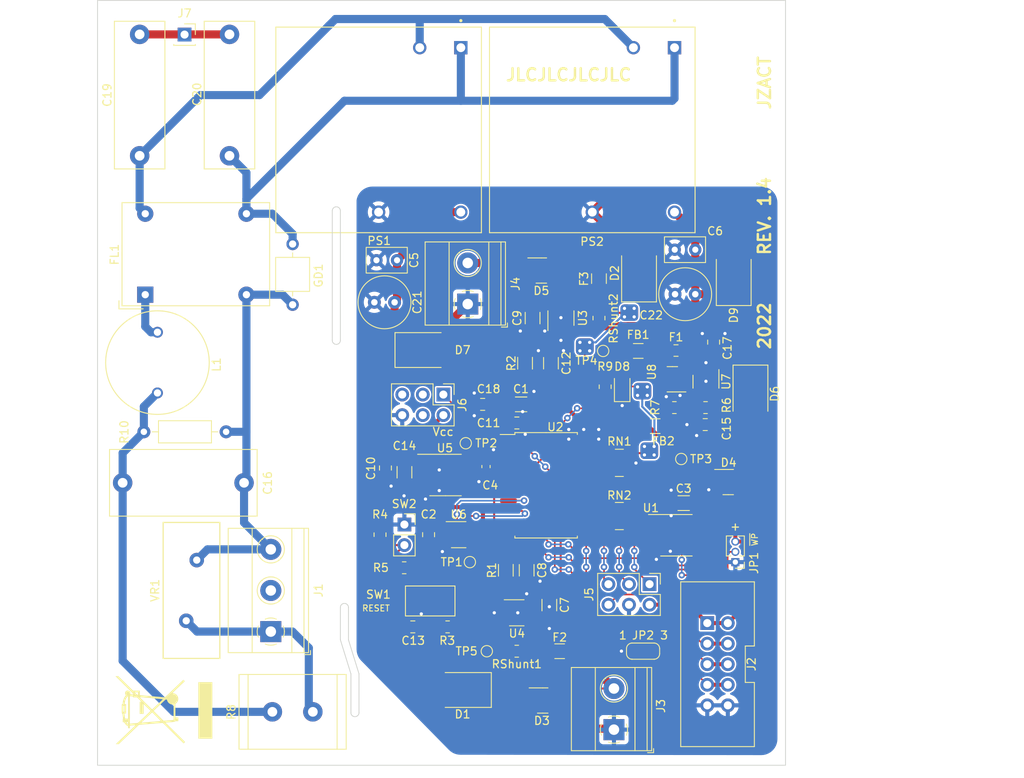
<source format=kicad_pcb>
(kicad_pcb (version 20211014) (generator pcbnew)
  (title_block (title "Main PS Board") (date "2022-07-30") (rev "1.4") (company "Zachary Tigchelaar"))
  (layers (0 "F.Cu" signal) (31 "B.Cu" signal) (34 "B.Paste" user) (35 "F.Paste" user) (36 "B.SilkS" user "B.Silkscreen") (37 "F.SilkS" user "F.Silkscreen") (38 "B.Mask" user) (39 "F.Mask" user) (44 "Edge.Cuts" user))
  (net 0 "")
  (net 2 "VREFA")
  (net 3 "NEUT")
  (net 4 "3.3_Out")
  (net 5 "VCC")
  (net 6 "5_Out")
  (net 7 "5_Sense")
  (net 8 "Net-(C15-Pad1)")
  (net 9 "Net-(C16-Pad2)")
  (net 10 "PS_in_L")
  (net 12 "Net-(C13-Pad1)")
  (net 13 "LINE")
  (net 14 "UPDI")
  (net 15 "PS_in_N")
  (net 16 "IRQ")
  (net 17 "Net-(R2-Pad1)")
  (net 18 "Net-(R1-Pad1)")
  (net 19 "+3V3")
  (net 20 "+5V")
  (net 21 "LDO_INPUT")
  (net 22 "SDA")
  (net 23 "SCK")
  (net 24 "Net-(F1-Pad1)")
  (net 27 "Ext_INTRPT")
  (net 28 "Net-(R3-Pad1)")
  (net 30 "Net-(C17-Pad1)")
  (net 31 "Net-(R6-Pad2)")
  (net 32 "Net-(D8-Pad2)")
  (net 33 "3.3_Sense")
  (net 34 "MISO")
  (net 35 "Net-(R9-Pad2)")
  (net 36 "Net-(U7-Pad3)")
  (net 37 "GND")
  (net 38 "MOSI")
  (net 39 "CS")
  (net 40 "~{RESET}")
  (net 41 "Net-(RN1-Pad5)")
  (net 42 "/~{WP}")
  (net 43 "Net-(RN1-Pad7)")
  (net 44 "SCL")
  (net 45 "Net-(RN2-Pad1)")
  (net 46 "Net-(RN2-Pad2)")
  (net 47 "Net-(RN2-Pad3)")
  (net 48 "Net-(RN2-Pad4)")
  (net 49 "~{HOLD}")
  (net 50 "Net-(C2-Pad2)")
  (net 51 "Net-(C21-Pad1)")
  (net 52 "Earth_Protective")
  (net 53 "Net-(FL1-Pad1)")
  (net 54 "Net-(J2-Pad7)")
  (net 58 "Net-(R4-Pad2)")
  (footprint "Inductor_SMD:L_1206_3216Metric_Pad1.42x1.75mm_HandSolder" (layer "F.Cu") (at 126.805 103.31)
    (fp_text reference "FB1")
    (fp_text value "MFBM1V3216-600-R")
  )
  (footprint "Resistor_SMD:R_0805_2012Metric_Pad1.20x1.40mm_HandSolder" (layer "F.Cu") (at 97.885 130.1)
    (fp_text reference "R5")
    (fp_text value "1k")
  )
  (footprint "Package_TO_SOT_SMD:SOT-23-5_HandSoldering" (layer "F.Cu") (at 111.7925 135.66)
    (fp_text reference "U4")
    (fp_text value "INA180A1")
  )
  (footprint "Varistor:RV_Disc_D16.5mm_W6.7mm_P7.5mm" (layer "F.Cu") (at 72.255 129.15 -90)
    (fp_text reference "VR1")
    (fp_text value "14D561KTR")
  )
  (footprint "Diode_SMD:D_SMB" (layer "F.Cu") (at 105.1 145.2 180)
    (fp_text reference "D1")
    (fp_text value "M4")
  )
  (footprint "Resistor_SMD:R_0805_2012Metric_Pad1.20x1.40mm_HandSolder" (layer "F.Cu") (at 111.7925 140.41 180)
    (fp_text reference "RShunt1")
    (fp_text value "30m")
  )
  (footprint "Resistor_SMD:R_1206_3216Metric_Pad1.30x1.75mm_HandSolder" (layer "F.Cu") (at 112.8175 104.825 -90)
    (fp_text reference "R2")
    (fp_text value "1.6k")
  )
  (footprint "Package_TO_SOT_SMD:SOT-23" (layer "F.Cu") (at 137.9175 119.51)
    (fp_text reference "D4")
    (fp_text value "CDSOT23-T05")
  )
  (footprint "Connector_PinSocket_2.54mm:PinSocket_1x02_P2.54mm_Vertical" (layer "F.Cu") (at 97.91 124.76)
    (fp_text reference "SW2")
    (fp_text value "DISP. MODE" hide)
  )
  (footprint "Package_SO:SOIC-8_3.9x4.9mm_P1.27mm" (layer "F.Cu") (at 102.9925 118.64)
    (fp_text reference "U5")
    (fp_text value "MCP1501-12xSN")
  )
  (footprint "Package_TO_SOT_SMD:SOT-23" (layer "F.Cu") (at 131.0175 106.81 180)
    (fp_text reference "U8")
    (fp_text value "MAX809LTRG")
  )
  (footprint "Fuse:Fuse_1206_3216Metric_Pad1.42x1.75mm_HandSolder" (layer "F.Cu") (at 121.95 94.375 -90)
    (fp_text reference "F3")
    (fp_text value "1.25A")
  )
  (footprint "TestPoint:TestPoint_Pad_D1.0mm" (layer "F.Cu") (at 132.1175 116.66 -90)
    (fp_text reference "TP3")
    (fp_text value "TP_VCC")
  )
  (footprint "Capacitor_SMD:C_0805_2012Metric_Pad1.18x1.45mm_HandSolder" (layer "F.Cu") (at 107.58 109.91 180)
    (fp_text reference "C18")
    (fp_text value "1uF")
  )
  (footprint "TestPoint:TestPoint_Pad_D1.0mm" (layer "F.Cu") (at 122.4675 103.31 90)
    (fp_text reference "TP4")
    (fp_text value "TP_5V")
  )
  (footprint "Package_TO_SOT_SMD:SOT-23-5_HandSoldering" (layer "F.Cu") (at 104.6175 126.01)
    (fp_text reference "U6")
    (fp_text value "74VHC1G14")
  )
  (footprint "Connector_PinHeader_1.27mm:PinHeader_1x03_P1.27mm_Vertical" (layer "F.Cu") (at 138.8 129.4 180)
    (fp_text reference "JP1")
    (fp_text value "~{WP}")
  )
  (footprint "TestPoint:TestPoint_Pad_D1.0mm" (layer "F.Cu") (at 108.0925 140.41 90)
    (fp_text reference "TP5")
    (fp_text value "TP_3.3V")
  )
  (footprint "Connector_PinHeader_2.54mm:PinHeader_2x03_P2.54mm_Vertical" (layer "F.Cu") (at 128.2 132.125 -90)
    (fp_text reference "J5")
    (fp_text value "SPI")
  )
  (footprint "TerminalBlock_Phoenix:TerminalBlock_Phoenix_MKDS-1,5-2-5.08_1x02_P5.08mm_Horizontal" (layer "F.Cu") (at 123.8 150.1 90)
    (fp_text reference "J3")
    (fp_text value "Screw_Terminal_01x02")
  )
  (footprint "TestPoint:TestPoint_Pad_D1.0mm" (layer "F.Cu") (at 106 129.4)
    (fp_text reference "TP1")
    (fp_text value "TP_INTRPT")
  )
  (footprint "Capacitor_SMD:C_0805_2012Metric_Pad1.18x1.45mm_HandSolder" (layer "F.Cu") (at 100.9 126.01 -90)
    (fp_text reference "C2")
    (fp_text value "100nF")
  )
  (footprint "personal:DISPIO10" (layer "F.Cu") (at 135.33 136.935)
    (fp_text reference "J2")
    (fp_text value "Conn")
  )
  (footprint "Resistor_SMD:R_1206_3216Metric_Pad1.30x1.75mm_HandSolder" (layer "F.Cu") (at 110.4425 130.41 90)
    (fp_text reference "R1")
    (fp_text value "1.6k")
  )
  (footprint "Inductor_THT:Choke_Schaffner_RN218-04-12.5x18.0mm" (layer "F.Cu") (at 65.8925 96.3575 90)
    (fp_text reference "FL1")
    (fp_text value "22MH")
  )
  (footprint "Capacitor_SMD:C_1206_3216Metric_Pad1.33x1.80mm_HandSolder" (layer "F.Cu") (at 115.8175 134.71 90)
    (fp_text reference "C7")
    (fp_text value "100nF")
  )
  (footprint "Resistor_SMD:R_Array_Convex_4x0603" (layer "F.Cu") (at 124.4675 117.135 180)
    (fp_text reference "RN1")
    (fp_text value "2K")
  )
  (footprint "Diode_SMD:D_SMB" (layer "F.Cu") (at 140.6675 108.61 -90)
    (fp_text reference "D6")
    (fp_text value "M4")
  )
  (footprint "Resistor_SMD:R_0805_2012Metric_Pad1.20x1.40mm_HandSolder" (layer "F.Cu") (at 94.9 126.01 -90)
    (fp_text reference "R4")
    (fp_text value "10k")
  )
  (footprint "Capacitor_SMD:C_1206_3216Metric_Pad1.33x1.80mm_HandSolder" (layer "F.Cu") (at 113.75 99.25 90)
    (fp_text reference "C9")
    (fp_text value "100nF")
  )
  (footprint "Resistor_THT:R_Radial_Power_L13.0mm_W9.0mm_P5.00mm" (layer "F.Cu") (at 81.6 147.9)
    (fp_text reference "R8")
    (fp_text value "33")
  )
  (footprint "TestPoint:TestPoint_Pad_D1.0mm" (layer "F.Cu") (at 105.4925 114.71)
    (fp_text reference "TP2")
    (fp_text value "TP_VREF")
  )
  (footprint "Package_SO:SOIC-8_3.9x4.9mm_P1.27mm" (layer "F.Cu") (at 131.5175 126.085)
    (fp_text reference "U1")
    (fp_text value "25LC640")
  )
  (footprint "Diode_SMD:D_SMB" (layer "F.Cu") (at 126.9 93.7 90)
    (fp_text reference "D2")
    (fp_text value "M4")
  )
  (footprint "Resistor_SMD:R_0805_2012Metric_Pad1.20x1.40mm_HandSolder" (layer "F.Cu") (at 131.2675 110.31 180)
    (fp_text reference "R7")
    (fp_text value "97.6k")
  )
  (footprint "personal:TSOP-5" (layer "F.Cu") (at 135.1675 107.11 -90)
    (fp_text reference "U7")
    (fp_text value "NCP164ASNADJT1G")
  )
  (footprint "Capacitor_SMD:C_1206_3216Metric_Pad1.33x1.80mm_HandSolder" (layer "F.Cu") (at 113.0175 130.41 90)
    (fp_text reference "C8")
    (fp_text value "0.33uF")
  )
  (footprint "Capacitor_THT:C_Radial_D6.3mm_H11.0mm_P2.50mm" (layer "F.Cu") (at 133.85 96.3 180)
    (fp_text reference "C22")
    (fp_text value "220uF")
  )
  (footprint "Button_Switch_SMD:SW_SPST_CK_RS282G05A3" (layer "F.Cu") (at 101.1 134.2)
    (fp_text reference "SW1")
    (fp_text value "RESET")
  )
  (footprint "Package_TO_SOT_SMD:SOT-23" (layer "F.Cu") (at 114.8325 93.375)
    (fp_text reference "D5")
    (fp_text value "CDSOT23-T05")
  )
  (footprint "Capacitor_THT:C_Rect_L18.0mm_W8.0mm_P15.00mm_FKS3_FKP3" (layer "F.Cu") (at 78.1 119.6 180)
    (fp_text reference "C16")
    (fp_text value "0.33uF")
  )
  (footprint "Package_TO_SOT_SMD:SOT-23" (layer "F.Cu") (at 115 146.5)
    (fp_text reference "D3")
    (fp_text value "CDSOT23-T03")
  )
  (footprint "Diode_SMD:D_SMB" (layer "F.Cu") (at 138.6 94.15 90)
    (fp_text reference "D9")
    (fp_text value "SMBJ7.0A")
  )
  (footprint "Fuse:Fuse_1206_3216Metric_Pad1.42x1.75mm_HandSolder" (layer "F.Cu") (at 117.0925 140.41)
    (fp_text reference "F2")
    (fp_text value "1.25A")
  )
  (footprint "Package_TO_SOT_SMD:SOT-23-5_HandSoldering" (layer "F.Cu") (at 117.25 99.25 90)
    (fp_text reference "U3")
    (fp_text value "INA180A1")
  )
  (footprint "Diode_SMD:D_SMB" (layer "F.Cu") (at 100.3 103.2)
    (fp_text reference "D7")
    (fp_text value "SMBJ7.0A")
  )
  (footprint "Inductor_SMD:L_1206_3216Metric_Pad1.42x1.75mm_HandSolder" (layer "F.Cu") (at 128.9 112.6 180)
    (fp_text reference "FB2")
    (fp_text value "MFBM1V3216-600-R")
  )
  (footprint "Capacitor_SMD:C_1206_3216Metric_Pad1.33x1.80mm_HandSolder" (layer "F.Cu") (at 132.4175 122.11 180)
    (fp_text reference "C3")
    (fp_text value "100nF")
  )
  (footprint "Capacitor_SMD:C_0603_1608Metric_Pad1.08x0.95mm_HandSolder" (layer "F.Cu") (at 107.9925 117.5975 90)
    (fp_text reference "C4")
    (fp_text value "100pF")
  )
  (footprint "Capacitor_THT:C_Rect_L18.0mm_W6.0mm_P15.00mm_FKS3_FKP3" (layer "F.Cu") (at 76.3 79.2 90)
    (fp_text reference "C20")
    (fp_text value "0.1uF")
  )
  (footprint "Connector_PinSocket_2.54mm:PinSocket_1x01_P2.54mm_Vertical" (layer "F.Cu") (at 70.75 64.225)
    (fp_text reference "J7")
    (fp_text value "EARTH JUMPER")
  )
  (footprint "Jumper:SolderJumper-3_P1.3mm_Open_RoundedPad1.0x1.5mm_NumberLabels" (layer "F.Cu") (at 127.4 140.4)
    (fp_text reference "JP2")
    (fp_text value "IRQ_EN")
  )
  (footprint "Symbol:WEEE-Logo_8.4x12mm_SilkScreen" (layer "F.Cu") (at 68.2 147.7 90)
    (fp_text reference "REF**" hide)
    (fp_text value "WEEE-Logo_8.4x12mm_SilkScreen" hide)
  )
  (footprint "TerminalBlock_Phoenix:TerminalBlock_Phoenix_MKDS-1,5-2-5.08_1x02_P5.08mm_Horizontal" (layer "F.Cu") (at 105.7375 97.52 90)
    (fp_text reference "J4")
    (fp_text value "Screw_Terminal_01x02")
  )
  (footprint "Resistor_SMD:R_Array_Convex_4x0603" (layer "F.Cu") (at 124.4675 123.71)
    (fp_text reference "RN2")
    (fp_text value "33")
  )
  (footprint "Capacitor_THT:C_Rect_L18.0mm_W6.0mm_P15.00mm_FKS3_FKP3" (layer "F.Cu") (at 65.2 64.2 -90)
    (fp_text reference "C19")
    (fp_text value "0.1uF")
  )
  (footprint "personal:CONV_LD05-23B03R2" (layer "F.Cu") (at 94.725 76 -90)
    (fp_text reference "PS1")
    (fp_text value "LD05-23B03R2")
  )
  (footprint "personal:CONV_LD05-23B05R2" (layer "F.Cu") (at 121.125 76 -90)
    (fp_text reference "PS2")
    (fp_text value "LD05-23B05R2")
  )
  (footprint "Resistor_SMD:R_0805_2012Metric_Pad1.20x1.40mm_HandSolder" (layer "F.Cu") (at 122.7175 107.7325 -90)
    (fp_text reference "R9")
    (fp_text value "1k")
  )
  (footprint "Fuse:Fuse_0805_2012Metric_Pad1.15x1.40mm_HandSolder" (layer "F.Cu") (at 131.4675 103.26)
    (fp_text reference "F1")
    (fp_text value "PTSA080515V012")
  )
  (footprint "personal:2035-GDT" (layer "F.Cu") (at 84.1 90.1 -90)
    (fp_text reference "GD1")
    (fp_text value "300V 1KA")
  )
  (footprint "Resistor_THT:R_Axial_DIN0207_L6.3mm_D2.5mm_P10.16mm_Horizontal" (layer "F.Cu") (at 65.72 113.3)
    (fp_text reference "R10")
    (fp_text value "1.5M")
  )
  (footprint "Resistor_SMD:R_0805_2012Metric_Pad1.20x1.40mm_HandSolder" (layer "F.Cu") (at 135.1175 110.31 180)
    (fp_text reference "R6")
    (fp_text value "316k")
  )
  (footprint "Capacitor_SMD:C_1206_3216Metric_Pad1.33x1.80mm_HandSolder" (layer "F.Cu") (at 112.33 109.91 180)
    (fp_text reference "C1")
    (fp_text value "100nF")
  )
  (footprint "Resistor_SMD:R_0805_2012Metric_Pad1.20x1.40mm_HandSolder" (layer "F.Cu") (at 103.25 137.4 180)
    (fp_text reference "R3")
    (fp_text value "330")
  )
  (footprint "Resistor_SMD:R_0805_2012Metric_Pad1.20x1.40mm_HandSolder" (layer "F.Cu") (at 121.95 99.25 -90)
    (fp_text reference "RShunt2")
    (fp_text value "30m")
  )
  (footprint "Capacitor_SMD:C_0805_2012Metric_Pad1.18x1.45mm_HandSolder" (layer "F.Cu") (at 111.805 112.21 180)
    (fp_text reference "C11")
    (fp_text value "2.2nF")
  )
  (footprint "personal:AIUR-06" (layer "F.Cu") (at 67.4 108.5 90)
    (fp_text reference "L1")
    (fp_text value "AIUR-06-122K")
  )
  (footprint "Package_SO:SOIC-20W_7.5x12.8mm_P1.27mm" (layer "F.Cu") (at 115.4175 119.91)
    (fp_text reference "U2")
    (fp_text value "ATtiny826-S")
  )
  (footprint "Capacitor_SMD:C_1206_3216Metric_Pad1.33x1.80mm_HandSolder" (layer "F.Cu") (at 97.9175 118.2975 90)
    (fp_text reference "C14")
    (fp_text value "100nF")
  )
  (footprint "personal:C320C105K5R5TA" (layer "F.Cu") (at 97 92.1 180)
    (fp_text reference "C5")
    (fp_text value "1uF")
  )
  (footprint "LED_SMD:LED_0805_2012Metric_Pad1.15x1.40mm_HandSolder" (layer "F.Cu") (at 124.8175 107.71 90)
    (fp_text reference "D8")
    (fp_text value "Green LED")
  )
  (footprint "Capacitor_SMD:C_1206_3216Metric_Pad1.33x1.80mm_HandSolder" (layer "F.Cu") (at 116.0175 104.825 -90)
    (fp_text reference "C12")
    (fp_text value "0.33uF")
  )
  (footprint "personal:C320C105K5R5TA" (layer "F.Cu") (at 133.85 90.8 180)
    (fp_text reference "C6")
    (fp_text value "1uF")
  )
  (footprint "Capacitor_SMD:C_0805_2012Metric_Pad1.18x1.45mm_HandSolder" (layer "F.Cu") (at 95.5675 117.7725 90)
    (fp_text reference "C10")
    (fp_text value "2.2uF")
  )
  (footprint "Capacitor_SMD:C_0805_2012Metric_Pad1.18x1.45mm_HandSolder" (layer "F.Cu") (at 98.95 137.4)
    (fp_text reference "C13")
    (fp_text value "100nF")
  )
  (footprint "TerminalBlock_Phoenix:TerminalBlock_Phoenix_MKDS-1,5-3-5.08_1x03_P5.08mm_Horizontal" (layer "F.Cu") (at 81.405 137.985 90)
    (fp_text reference "J1")
    (fp_text value "Screw_Terminal_01x03")
  )
  (footprint "Capacitor_SMD:C_0805_2012Metric_Pad1.18x1.45mm_HandSolder" (layer "F.Cu") (at 136.1175 102.2225 90)
    (fp_text reference "C17")
    (fp_text value "1uF")
  )
  (footprint "Connector_PinHeader_2.54mm:PinHeader_2x03_P2.54mm_Vertical" (layer "F.Cu") (at 102.725 108.7 -90)
    (fp_text reference "J6")
    (fp_text value "UPDI")
  )
  (footprint "Capacitor_THT:C_Radial_D6.3mm_H11.0mm_P2.50mm" (layer "F.Cu") (at 96.7 97.3 180)
    (fp_text reference "C21")
    (fp_text value "220uF")
  )
  (footprint "Capacitor_SMD:C_0805_2012Metric_Pad1.18x1.45mm_HandSolder" (layer "F.Cu") (at 135.08 112.41 180)
    (fp_text reference "C15")
    (fp_text value "10uF")
  )
  (gr_line (start 90 86) (end 90 102) (layer "Edge.Cuts") (width 0.1))
  (gr_line (start 89 102) (end 89 86) (layer "Edge.Cuts") (width 0.1))
  (gr_arc (start 90 135) (mid 90.5 134.5) (end 91 135) (layer "Edge.Cuts") (width 0.1))
  (gr_poly (pts (xy 145 154.5) (xy 60 154.5) (xy 60 60) (xy 145 60)) (layer "Edge.Cuts") (width 0.1) (fill none))
  (gr_line (start 92.3 143.2) (end 91 139) (layer "Edge.Cuts") (width 0.1))
  (gr_line (start 92.3 148) (end 92.3 143.2) (layer "Edge.Cuts") (width 0.1))
  (gr_arc (start 92.3 148) (mid 91.8 148.5) (end 91.3 148) (layer "Edge.Cuts") (width 0.1))
  (gr_arc (start 90 102) (mid 89.5 102.5) (end 89 102) (layer "Edge.Cuts") (width 0.1))
  (gr_line (start 91.3 143.2) (end 91.3 148) (layer "Edge.Cuts") (width 0.1))
  (gr_line (start 91.3 143.2) (end 90 139) (layer "Edge.Cuts") (width 0.1))
  (gr_line (start 90 139) (end 90 135) (layer "Edge.Cuts") (width 0.1))
  (gr_arc (start 89 86) (mid 89.5 85.5) (end 90 86) (layer "Edge.Cuts") (width 0.1))
  (gr_line (start 91 139) (end 91 135) (layer "Edge.Cuts") (width 0.1))
  (gr_text "2022	REV. 1.4	JZACT" (at 142.4 85 90) (layer "F.SilkS") (effects (font (size 1.5 1.5) (thickness 0.3))))
  (gr_text "Vcc" (at 102.7 113.3) (layer "F.SilkS") (effects (font (size 1 1))))
  (gr_text "JLCJLCJLCJLC" (at 118.2 69.2) (layer "F.SilkS") (effects (font (size 1.5 1.5) (thickness 0.3))))
  (gr_text "+" (at 138.8 125) (layer "F.SilkS") (effects (font (size 1 1))))
  (segment (start 107.9925 116.735) (end 105.4675 116.735) (width 0.5) (layer "F.Cu") (net 2))
  (segment (start 105.4925 114.71) (end 105.4925 116.71) (width 0.5) (layer "F.Cu") (net 2))
  (segment (start 105.4675 118.005) (end 105.4675 116.735) (width 0.5) (layer "F.Cu") (net 2))
  (segment (start 105.4925 116.71) (end 105.4675 116.735) (width 0.2) (layer "F.Cu") (net 2))
  (segment (start 107.9925 116.735) (end 110.7675 116.735) (width 0.5) (layer "F.Cu") (net 2))
  (segment (start 78.1 119.6) (end 78.1 124.52) (width 1) (layer "B.Cu") (net 3))
  (segment (start 81.405 127.825) (end 73.58 127.825) (width 1) (layer "B.Cu") (net 3))
  (segment (start 78.3925 113.2925) (end 78.3925 119.3075) (width 1) (layer "B.Cu") (net 3))
  (segment (start 78.385 113.3) (end 78.3925 113.2925) (width 1) (layer "B.Cu") (net 3))
  (segment (start 78.3925 119.3075) (end 78.1 119.6) (width 1) (layer "B.Cu") (net 3))
  (segment (start 82.8575 96.3575) (end 84.1 97.6) (width 1) (layer "B.Cu") (net 3))
  (segment (start 78.1 124.52) (end 81.405 127.825) (width 1) (layer "B.Cu") (net 3))
  (segment (start 73.58 127.825) (end 72.255 129.15) (width 1) (layer "B.Cu") (net 3))
  (segment (start 78.3925 96.3575) (end 82.8575 96.3575) (width 1) (layer "B.Cu") (net 3))
  (segment (start 78.3925 96.3575) (end 78.3925 113.2925) (width 1) (layer "B.Cu") (net 3))
  (segment (start 75.88 113.3) (end 78.385 113.3) (width 1) (layer "B.Cu") (net 3))
  (segment (start 115.605 140.795) (end 115.605 140.41) (width 1) (layer "F.Cu") (net 4))
  (segment (start 113.1425 136.61) (end 113.1425 140.06) (width 0.25) (layer "F.Cu") (net 4))
  (segment (start 125.3675 118.46) (end 125.3675 118.335) (width 0.25) (layer "F.Cu") (net 4))
  (segment (start 117.2175 138.7975) (end 115.605 140.41) (width 0.25) (layer "F.Cu") (net 4))
  (segment (start 117.2175 121.11) (end 117.2175 138.7975) (width 0.25) (layer "F.Cu") (net 4))
  (segment (start 118.4175 119.91) (end 117.2175 121.11) (width 0.25) (layer "F.Cu") (net 4))
  (segment (start 113.1425 140.06) (end 112.7925 140.41) (width 0.25) (layer "F.Cu") (net 4))
  (segment (start 123.9175 119.91) (end 125.3675 118.46) (width 0.25) (layer "F.Cu") (net 4))
  (segment (start 123.9175 119.91) (end 118.4175 119.91) (width 0.25) (layer "F.Cu") (net 4))
  (segment (start 107.25 145.2) (end 111.2 145.2) (width 1) (layer "F.Cu") (net 4))
  (segment (start 112.7925 140.41) (end 115.605 140.41) (width 1) (layer "F.Cu") (net 4))
  (segment (start 111.2 145.2) (end 115.605 140.795) (width 1) (layer "F.Cu") (net 4))
  (segment (start 110.7675 112.21) (end 110.7675 109.91) (width 0.5) (layer "F.Cu") (net 5))
  (segment (start 95.7 122.6) (end 94.9 123.4) (width 0.5) (layer "F.Cu") (net 5))
  (segment (start 115.8175 133.1475) (end 115.8175 131.1175) (width 0.5) (layer "F.Cu") (net 5))
  (segment (start 126.2375 111.425) (end 127.4125 112.6) (width 0.5) (layer "F.Cu") (net 5))
  (segment (start 133.98 118.5225) (end 132.1175 116.66) (width 0.5) (layer "F.Cu") (net 5))
  (segment (start 107.5675 125.06) (end 105.9675 125.06) (width 0.5) (layer "F.Cu") (net 5))
  (segment (start 110.7675 104.8325) (end 110.774511 104.825489) (width 0.5) (layer "F.Cu") (net 5))
  (segment (start 128.0575 112.6) (end 127.4125 112.6) (width 0.5) (layer "F.Cu") (net 5))
  (segment (start 95.5675 116.735) (end 97.9175 116.735) (width 0.5) (layer "F.Cu") (net 5))
  (segment (start 110.7675 109.91) (end 110.7675 104.8325) (width 0.5) (layer "F.Cu") (net 5))
  (segment (start 133.98 122.11) (end 137.56 122.11) (width 0.5) (layer "F.Cu") (net 5))
  (segment (start 136.9425 118.5225) (end 136.98 118.56) (width 0.5) (layer "F.Cu") (net 5))
  (segment (start 115.8175 131.1175) (end 115.1 130.4) (width 0.5) (layer "F.Cu") (net 5))
  (segment (start 133.98 118.5225) (end 136.9425 118.5225) (width 0.5) (layer "F.Cu") (net 5))
  (segment (start 110.774511 104.825489) (end 117.475489 104.825489) (width 0.5) (layer "F.Cu") (net 5))
  (segment (start 95.5675 116.735) (end 94.3 118.0025) (width 0.5) (layer "F.Cu") (net 5))
  (segment (start 138.8 123.35) (end 138.8 126.86) (width 0.5) (layer "F.Cu") (net 5))
  (segment (start 118.15 105.5) (end 118.15 110.5) (width 0.5) (layer "F.Cu") (net 5))
  (segment (start 113.75 97.6875) (end 110.7675 100.67) (width 0.5) (layer "F.Cu") (net 5))
  (segment (start 95.4 107.1) (end 95.4 113.3) (width 0.5) (layer "F.Cu") (net 5))
  (segment (start 100.665 113.3) (end 95.4 113.3) (width 0.5) (layer "F.Cu") (net 5))
  (segment (start 140.425 127.425) (end 140.425 134.38) (width 0.5) (layer "F.Cu") (net 5))
  (segment (start 107.6175 125.11) (end 107.6175 123.11) (width 0.5) (layer "F.Cu") (net 5))
  (segment (start 140.425 134.38) (end 137.87 136.935) (width 0.5) (layer "F.Cu") (net 5))
  (segment (start 116.3 97.9) (end 113.9625 97.9) (width 0.5) (layer "F.Cu") (net 5))
  (segment (start 110.474511 104.825489) (end 108.9 106.4) (width 0.5) (layer "F.Cu") (net 5))
  (segment (start 119.075 111.425) (end 126.2375 111.425) (width 0.5) (layer "F.Cu") (net 5))
  (segment (start 115.3525 133.1475) (end 113.79 134.71) (width 0.5) (layer "F.Cu") (net 5))
  (segment (start 118.15 110.5) (end 119.075 111.425) (width 0.5) (layer "F.Cu") (net 5))
  (segment (start 102.725 111.24) (end 100.665 113.3) (width 0.5) (layer "F.Cu") (net 5))
  (segment (start 108.0075 130.4) (end 107.6175 130.01) (width 0.5) (layer "F.Cu") (net 5))
  (segment (start 94.3 118.0025) (end 94.3 121.2) (width 0.5) (layer "F.Cu") (net 5))
  (segment (start 100.5175 119.275) (end 99.964651 119.275) (width 0.5) (layer "F.Cu") (net 5))
  (segment (start 108.9 106.4) (end 96.1 106.4) (width 0.5) (layer "F.Cu") (net 5))
  (segment (start 95.4 116.5675) (end 95.5675 116.735) (width 0.5) (layer "F.Cu") (net 5))
  (segment (start 132.1175 116.66) (end 128.0575 112.6) (width 0.5) (layer "F.Cu") (net 5))
  (segment (start 115.1 130.4) (end 108.0075 130.4) (width 0.5) (layer "F.Cu") (net 5))
  (segment (start 133.9925 122.1225) (end 133.98 122.11) (width 0.5) (layer "F.Cu") (net 5))
  (segment (start 96.1 106.4) (end 95.4 107.1) (width 0.5) (layer "F.Cu") (net 5))
  (segment (start 133.98 122.11) (end 133.98 118.5225) (width 0.5) (layer "F.Cu") (net 5))
  (segment (start 99.964651 119.275) (end 97.9175 117.227849) (width 0.5) (layer "F.Cu") (net 5))
  (segment (start 113.9625 97.9) (end 113.75 97.6875) (width 0.5) (layer "F.Cu") (net 5))
  (segment (start 115.8175 133.1475) (end 115.3525 133.1475) (width 0.5) (layer "F.Cu") (net 5))
  (segment (start 137.56 122.11) (end 138.8 123.35) (width 0.5) (layer "F.Cu") (net 5))
  (segment (start 138.8 126.86) (end 139.86 126.86) (width 0.5) (layer "F.Cu") (net 5))
  (segment (start 133.9925 124.18) (end 133.9925 122.1225) (width 0.5) (layer "F.Cu") (net 5))
  (segment (start 107.6175 125.11) (end 107.5675 125.06) (width 0.5) (layer "F.Cu") (net 5))
  (segment (start 94.3 121.2) (end 95.7 122.6) (width 0.5) (layer "F.Cu") (net 5))
  (segment (start 100.1925 116.735) (end 97.9175 116.735) (width 0.5) (layer "F.Cu") (net 5))
  (segment (start 95.4 113.3) (end 95.4 116.5675) (width 0.5) (layer "F.Cu") (net 5))
  (segment (start 97.9175 117.227849) (end 97.9175 116.735) (width 0.5) (layer "F.Cu") (net 5))
  (segment (start 97.9175 116.735) (end 100.5175 116.735) (width 0.5) (layer "F.Cu") (net 5))
  (segment (start 110.7675 114.195) (end 110.7675 112.21) (width 0.5) (layer "F.Cu") (net 5))
  (segment (start 107.6175 123.11) (end 107.1075 122.6) (width 0.5) (layer "F.Cu") (net 5))
  (segment (start 108.6175 109.91) (end 110.7675 109.91) (width 0.5) (layer "F.Cu") (net 5))
  (segment (start 94.9 123.4) (end 94.9 125.01) (width 0.5) (layer "F.Cu") (net 5))
  (segment (start 107.1075 122.6) (end 96.3 122.6) (width 0.5) (layer "F.Cu") (net 5))
  (segment (start 117.475489 104.825489) (end 118.15 105.5) (width 0.5) (layer "F.Cu") (net 5))
  (segment (start 135.33 136.935) (end 137.87 136.935) (width 0.5) (layer "F.Cu") (net 5))
  (segment (start 128.2 134.665) (end 133.06 134.665) (width 0.5) (layer "F.Cu") (net 5))
  (segment (start 113.79 134.71) (end 113.1425 134.71) (width 0.5) (layer "F.Cu") (net 5))
  (segment (start 110.7675 100.67) (end 110.7675 104.8325) (width 0.5) (layer "F.Cu") (net 5))
  (segment (start 95.7 122.6) (end 96.3 122.6) (width 0.5) (layer "F.Cu") (net 5))
  (segment (start 139.86 126.86) (end 140.425 127.425) (width 0.5) (layer "F.Cu") (net 5))
  (segment (start 107.6175 130.01) (end 107.6175 125.11) (width 0.5) (layer "F.Cu") (net 5))
  (segment (start 110.774511 104.825489) (end 110.474511 104.825489) (width 0.5) (layer "F.Cu") (net 5))
  (segment (start 133.06 134.665) (end 135.33 136.935) (width 0.5) (layer "F.Cu") (net 5))
  (segment (start 126.7175 107.75) (end 127.9175 107.75) (width 0.2) (layer "F.Cu") (net 6))
  (segment (start 126.3 98.6) (end 126.3 98.05) (width 0.25) (layer "F.Cu") (net 6))
  (segment (start 126.8875 95.8625) (end 126.9 95.85) (width 1) (layer "F.Cu") (net 6))
  (segment (start 121.6 107.7) (end 126.6675 107.7) (width 0.2) (layer "F.Cu") (net 6))
  (segment (start 127.5675 116.16) (end 127.5675 115.66) (width 0.25) (layer "F.Cu") (net 6))
  (segment (start 118.2 97.9) (end 121.6 97.9) (width 0.25) (layer "F.Cu") (net 6))
  (segment (start 120.2 103.3) (end 120.8 103.3) (width 0.25) (layer "F.Cu") (net 6))
  (segment (start 126.3 98.6) (end 122.3 98.6) (width 0.25) (layer "F.Cu") (net 6))
  (segment (start 121.6 97.9) (end 121.95 98.25) (width 0.25) (layer "F.Cu") (net 6))
  (segment (start 126.3 99.1) (end 126.3 98.6) (width 0.25) (layer "F.Cu") (net 6))
  (segment (start 122.3 98.6) (end 121.95 98.25) (width 0.25) (layer "F.Cu") (net 6))
  (segment (start 127.5675 115.66) (end 127.5675 115.11) (width 0.25) (layer "F.Cu") (net 6))
  (segment (start 126.6675 107.7) (end 126.7175 107.75) (width 0.2) (layer "F.Cu") (net 6))
  (segment (start 125.3675 115.935) (end 127.3425 115.935) (width 0.25) (layer "F.Cu") (net 6))
  (segment (start 120.2 106.3) (end 121.6 107.7) (width 0.2) (layer "F.Cu") (net 6))
  (segment (start 120.2 103.3) (end 120.2 106.3) (width 0.2) (layer "F.Cu") (net 6))
  (segment (start 127.3425 115.935) (end 127.5675 116.16) (width 0.25) (layer "F.Cu") (net 6))
  (segment (start 119.6 103.3) (end 120.2 103.3) (width 0.25) (layer "F.Cu") (net 6))
  (segment (start 121.95 95.8625) (end 121.95 98.25) (width 1) (layer "F.Cu") (net 6))
  (segment (start 121.95 95.8625) (end 126.8875 95.8625) (width 1) (layer "F.Cu") (net 6))
  (via (at 119.6 103.3) (size 0.8) (drill 0.4) (layers "F.Cu" "B.Cu") (net 6))
  (via (at 120.8 102.25) (size 0.8) (drill 0.4) (layers "F.Cu" "B.Cu") (net 6))
  (via (at 128.7675 116.16) (size 0.8) (drill 0.4) (layers "F.Cu" "B.Cu") (net 6))
  (via (at 126.7175 108.8) (size 0.8) (drill 0.4) (layers "F.Cu" "B.Cu") (net 6))
  (via (at 120.8 103.3) (size 0.8) (drill 0.4) (layers "F.Cu" "B.Cu") (net 6))
  (via (at 126.7175 107.75) (size 0.8) (drill 0.4) (layers "F.Cu" "B.Cu") (net 6))
  (via (at 126.3 98.05) (size 0.8) (drill 0.4) (layers "F.Cu" "B.Cu") (net 6))
  (via (at 125.1 98.05) (size 0.8) (drill 0.4) (layers "F.Cu" "B.Cu") (net 6))
  (via (at 127.5675 115.11) (size 0.8) (drill 0.4) (layers "F.Cu" "B.Cu") (net 6))
  (via (at 126.3 99.1) (size 0.8) (drill 0.4) (layers "F.Cu" "B.Cu") (net 6))
  (via (at 125.1 99.1) (size 0.8) (drill 0.4) (layers "F.Cu" "B.Cu") (net 6))
  (via (at 119.6 102.25) (size 0.8) (drill 0.4) (layers "F.Cu" "B.Cu") (net 6))
  (via (at 128.7675 115.11) (size 0.8) (drill 0.4) (layers "F.Cu" "B.Cu") (net 6))
  (via (at 127.9175 107.75) (size 0.8) (drill 0.4) (layers "F.Cu" "B.Cu") (net 6))
  (via (at 127.5675 116.16) (size 0.8) (drill 0.4) (layers "F.Cu" "B.Cu") (net 6))
  (via (at 127.9175 108.8) (size 0.8) (drill 0.4) (layers "F.Cu" "B.Cu") (net 6))
  (segment (start 127.3 110.1925) (end 128.8 111.6925) (width 0.25) (layer "B.Cu") (net 6))
  (segment (start 128.7675 115.11) (end 128.7675 115.61) (width 0.25) (layer "B.Cu") (net 6))
  (segment (start 124.7 99.1) (end 125.1 99.1) (width 0.25) (layer "B.Cu") (net 6))
  (segment (start 128.8 115.5775) (end 128.7675 115.61) (width 0.25) (layer "B.Cu") (net 6))
  (segment (start 119.6 102.25) (end 120.8 102.25) (width 0.25) (layer "B.Cu") (net 6))
  (segment (start 120.8 102.25) (end 121.55 102.25) (width 0.25) (layer "B.Cu") (net 6))
  (segment (start 127.3 108.8) (end 127.9175 108.8) (width 0.25) (layer "B.Cu") (net 6))
  (segment (start 127.3 108.8) (end 127.3 110.1925) (width 0.25) (layer "B.Cu") (net 6))
  (segment (start 128.8 111.6925) (end 128.8 115.5775) (width 0.25) (layer "B.Cu") (net 6))
  (segment (start 125.1 99.1) (end 125.1 98.05) (width 0.25) (layer "B.Cu") (net 6))
  (segment (start 121.55 102.25) (end 124.7 99.1) (width 0.25) (layer "B.Cu") (net 6))
  (segment (start 128.7675 115.61) (end 128.7675 116.16) (width 0.25) (layer "B.Cu") (net 6))
  (segment (start 126.7175 108.8) (end 127.3 108.8) (width 0.25) (layer "B.Cu") (net 6))
  (segment (start 116.0175 106.3875) (end 112.83 106.3875) (width 0.25) (layer "F.Cu") (net 7))
  (segment (start 113.5225 118.005) (end 115.9675 115.56) (width 0.25) (layer "F.Cu") (net 7))
  (segment (start 115.9675 106.4375) (end 116.0175 106.3875) (width 0.25) (layer "F.Cu") (net 7))
  (segment (start 110.7675 118.005) (end 113.5225 118.005) (width 0.25) (layer "F.Cu") (net 7))
  (segment (start 115.9675 115.56) (end 115.9675 106.4375) (width 0.25) (layer "F.Cu") (net 7))
  (segment (start 112.83 106.3875) (end 112.8175 106.375) (width 0.25) (layer "F.Cu") (net 7))
  (segment (start 136.1175 113.66) (end 135.167989 114.609511) (width 0.5) (layer "F.Cu") (net 8))
  (segment (start 136.1175 112.41) (end 136.1175 113.66) (width 0.5) (layer "F.Cu") (net 8))
  (segment (start 136.1175 112.41) (end 136.1175 110.31) (width 0.5) (layer "F.Cu") (net 8))
  (segment (start 140.6675 111.31) (end 137.2175 111.31) (width 0.5) (layer "F.Cu") (net 8))
  (segment (start 135.167989 114.609511) (end 132.397011 114.609511) (width 0.5) (layer "F.Cu") (net 8))
  (segment (start 132.397011 114.609511) (end 130.3875 112.6) (width 0.5) (layer "F.Cu") (net 8))
  (segment (start 136.1175 110.31) (end 136.1175 108.31) (width 0.5) (layer "F.Cu") (net 8))
  (segment (start 137.2175 111.31) (end 136.1175 112.41) (width 0.5) (layer "F.Cu") (net 8))
  (segment (start 65.72 113.3) (end 65.72 110.18) (width 1) (layer "B.Cu") (net 9))
  (segment (start 81.6 147.9) (end 69.4 147.9) (width 1) (layer "B.Cu") (net 9))
  (segment (start 65.72 110.18) (end 67.4 108.5) (width 1) (layer "B.Cu") (net 9))
  (segment (start 63.1 115.92) (end 65.72 113.3) (width 1) (layer "B.Cu") (net 9))
  (segment (start 69.4 147.9) (end 63.1 141.6) (width 1) (layer "B.Cu") (net 9))
  (segment (start 63.1 119.6) (end 63.1 115.92) (width 1) (layer "B.Cu") (net 9))
  (segment (start 63.1 141.6) (end 63.1 119.5) (width 1) (layer "B.Cu") (net 9))
  (segment (start 99.805 62.305) (end 99.8 62.3) (width 1) (layer "B.Cu") (net 10))
  (segment (start 99.8 62.3) (end 89.4 62.3) (width 1) (layer "B.Cu") (net 10))
  (segment (start 122.665 62.3) (end 126.205 65.84) (width 1) (layer "B.Cu") (net 10))
  (segment (start 65.2 79.2) (end 65.2 85.665) (width 1) (layer "B.Cu") (net 10))
  (segment (start 80 71.7) (end 88.6 63.1) (width 1) (layer "B.Cu") (net 10))
  (segment (start 99.805 65.84) (end 99.805 62.305) (width 1) (layer "B.Cu") (net 10))
  (segment (start 89.4 62.3) (end 122.665 62.3) (width 1) (layer "B.Cu") (net 10))
  (segment (start 88.6 63.1) (end 89.4 62.3) (width 1) (layer "B.Cu") (net 10))
  (segment (start 72.7 71.7) (end 80 71.7) (width 1) (layer "B.Cu") (net 10))
  (segment (start 65.2 79.2) (end 72.7 71.7) (width 1) (layer "B.Cu") (net 10))
  (segment (start 65.2 85.665) (end 65.8925 86.3575) (width 1) (layer "B.Cu") (net 10))
  (segment (start 97.2 134.2) (end 97.2 136.6875) (width 0.2) (layer "F.Cu") (net 12))
  (segment (start 97.2 136.6875) (end 97.9125 137.4) (width 0.2) (layer "F.Cu") (net 12))
  (segment (start 86.1 147.4) (end 86.1 140) (width 1) (layer "B.Cu") (net 13))
  (segment (start 81.405 137.985) (end 72.29 137.985) (width 1) (layer "B.Cu") (net 13))
  (segment (start 84.085 137.985) (end 81.405 137.985) (width 1) (layer "B.Cu") (net 13))
  (segment (start 72.29 137.985) (end 70.955 136.65) (width 1) (layer "B.Cu") (net 13))
  (segment (start 86.1 140) (end 84.085 137.985) (width 1) (layer "B.Cu") (net 13))
  (segment (start 86.6 147.9) (end 86.1 147.4) (width 1) (layer "B.Cu") (net 13))
  (segment (start 116.9825 119.275) (end 115.3175 117.61) (width 0.2) (layer "F.Cu") (net 14))
  (segment (start 120.0675 119.275) (end 116.9825 119.275) (width 0.2) (layer "F.Cu") (net 14))
  (segment (start 108.01 114.81) (end 104.8 111.6) (width 0.2) (layer "F.Cu") (net 14))
  (segment (start 114.0175 116.31) (end 112.5175 114.81) (width 0.2) (layer "F.Cu") (net 14))
  (segment (start 112.5175 114.81) (end 108.01 114.81) (width 0.2) (layer "F.Cu") (net 14))
  (segment (start 104.8 111.6) (end 104.8 110.775) (width 0.2) (layer "F.Cu") (net 14))
  (segment (start 104.8 110.775) (end 102.725 108.7) (width 0.2) (layer "F.Cu") (net 14))
  (via (at 114.0175 116.31) (size 0.8) (drill 0.4) (layers "F.Cu" "B.Cu") (net 14))
  (via (at 115.3175 117.61) (size 0.8) (drill 0.4) (layers "F.Cu" "B.Cu") (net 14))
  (segment (start 115.3175 117.61) (end 114.0175 116.31) (width 0.2) (layer "B.Cu") (net 14))
  (segment (start 90.5 72.4) (end 78.3925 84.5075) (width 1) (layer "B.Cu") (net 15))
  (segment (start 131 72.4) (end 90.5 72.4) (width 1) (layer "B.Cu") (net 15))
  (segment (start 131.285 65.84) (end 131.285 72.115) (width 1) (layer "B.Cu") (net 15))
  (segment (start 78.3925 86.3575) (end 81.6 86.3575) (width 1) (layer "B.Cu") (net 15))
  (segment (start 84.1 88.8575) (end 84.1 90.1) (width 1) (layer "B.Cu") (net 15))
  (segment (start 81.6 86.3575) (end 84.1 88.8575) (width 1) (layer "B.Cu") (net 15))
  (segment (start 78.3925 84.5075) (end 78.3925 86.3575) (width 1) (layer "B.Cu") (net 15))
  (segment (start 104.885 72.4) (end 104.885 65.84) (width 1) (layer "B.Cu") (net 15))
  (segment (start 131.285 72.115) (end 131 72.4) (width 1) (layer "B.Cu") (net 15))
  (segment (start 78.3925 81.2925) (end 76.3 79.2) (width 1) (layer "B.Cu") (net 15))
  (segment (start 78.3925 86.3575) (end 78.3925 81.2925) (width 1) (layer "B.Cu") (net 15))
  (segment (start 118.6175 135.3425) (end 118.6175 130.71) (width 0.2) (layer "F.Cu") (net 16))
  (segment (start 126.725 139.275) (end 122.55 139.275) (width 0.2) (layer "F.Cu") (net 16))
  (segment (start 116.493 130.31) (end 116.493 123.6855) (width 0.2) (layer "F.Cu") (net 16))
  (segment (start 113.3525 120.545) (end 110.7675 120.545) (width 0.2) (layer "F.Cu") (net 16))
  (segment (start 127.4 139.95) (end 126.725 139.275) (width 0.2) (layer "F.Cu") (net 16))
  (segment (start 118.6175 130.71) (end 118.2175 130.31) (width 0.2) (layer "F.Cu") (net 16))
  (segment (start 122.55 139.275) (end 118.6175 135.3425) (width 0.2) (layer "F.Cu") (net 16))
  (segment (start 116.493 123.6855) (end 113.3525 120.545) (width 0.2) (layer "F.Cu") (net 16))
  (segment (start 127.4 140.4) (end 127.4 139.95) (width 0.2) (layer "F.Cu") (net 16))
  (via (at 118.2175 130.31) (size 0.8) (drill 0.4) (layers "F.Cu" "B.Cu") (net 16))
  (via (at 116.493 130.31) (size 0.8) (drill 0.4) (layers "F.Cu" "B.Cu") (net 16))
  (segment (start 118.2175 130.31) (end 116.493 130.31) (width 0.2) (layer "B.Cu") (net 16))
  (segment (start 116.3 101.5) (end 116.3 100.6) (width 0.25) (layer "F.Cu") (net 17))
  (segment (start 112.825 103.275) (end 114 102.1) (width 0.25) (layer "F.Cu") (net 17))
  (segment (start 112.8175 103.275) (end 112.825 103.275) (width 0.25) (layer "F.Cu") (net 17))
  (segment (start 114 102.1) (end 115.7 102.1) (width 0.25) (layer "F.Cu") (net 17))
  (segment (start 115.7 102.1) (end 116.3 101.5) (width 0.25) (layer "F.Cu") (net 17))
  (segment (start 110.4425 134.71) (end 110.4425 131.96) (width 0.25) (layer "F.Cu") (net 18))
  (segment (start 119.19 140.41) (end 123.8 145.02) (width 1) (layer "F.Cu") (net 19))
  (segment (start 114.0625 145.55) (end 114.5925 145.02) (width 0.25) (layer "F.Cu") (net 19))
  (segment (start 118.58 140.41) (end 119.19 140.41) (width 1) (layer "F.Cu") (net 19))
  (segment (start 114.5925 145.02) (end 123.8 145.02) (width 0.25) (layer "F.Cu") (net 19))
  (segment (start 107.4675 92.44) (end 105.7375 92.44) (width 1) (layer "F.Cu") (net 20))
  (segment (start 112.6525 92.425) (end 112.6375 92.44) (width 0.25) (layer "F.Cu") (net 20))
  (segment (start 119.5325 90.175) (end 109.7325 90.175) (width 1) (layer "F.Cu") (net 20))
  (segment (start 121.95 92.5925) (end 119.5325 90.175) (width 1) (layer "F.Cu") (net 20))
  (segment (start 113.895 92.425) (end 112.6525 92.425) (width 0.25) (layer "F.Cu") (net 20))
  (segment (start 109.7325 90.175) (end 107.4675 92.44) (width 1) (layer "F.Cu") (net 20))
  (segment (start 112.6375 92.44) (end 105.7375 92.44) (width 0.25) (layer "F.Cu") (net 20))
  (segment (start 121.95 92.8875) (end 121.95 92.5925) (width 1) (layer "F.Cu") (net 20))
  (segment (start 125.3175 100.4825) (end 125.3175 103.31) (width 1) (layer "F.Cu") (net 21))
  (segment (start 127.42 100.25) (end 125.55 100.25) (width 1) (layer "F.Cu") (net 21))
  (segment (start 127.42 100.25) (end 121.95 100.25) (width 1) (layer "F.Cu") (net 21))
  (segment (start 125.55 100.25) (end 125.3175 100.4825) (width 1) (layer "F.Cu") (net 21))
  (segment (start 133.85 90.8) (end 133.85 96.3) (width 1) (layer "F.Cu") (net 21))
  (segment (start 131.85 100.25) (end 127.42 100.25) (width 1) (layer "F.Cu") (net 21))
  (segment (start 133.85 96.3) (end 133.85 98.25) (width 1) (layer "F.Cu") (net 21))
  (segment (start 133.85 90.8) (end 133.85 88.725) (width 1) (layer "F.Cu") (net 21))
  (segment (start 121.6 100.6) (end 121.95 100.25) (width 0.25) (layer "F.Cu") (net 21))
  (segment (start 122.4675 103.31) (end 125.3175 103.31) (width 0.5) (layer "F.Cu") (net 21))
  (segment (start 133.85 96.3) (end 138.6 96.3) (width 1) (layer "F.Cu") (net 21))
  (segment (start 118.2 100.6) (end 121.6 100.6) (width 0.25) (layer "F.Cu") (net 21))
  (segment (start 133.85 88.725) (end 131.285 86.16) (width 1) (layer "F.Cu") (net 21))
  (segment (start 133.85 98.25) (end 131.85 100.25) (width 1) (layer "F.Cu") (net 21))
  (segment (start 115.718 128.81) (end 114.51752 127.60952) (width 0.2) (layer "F.Cu") (net 22))
  (segment (start 114.51752 127.60952) (end 112.31702 127.60952) (width 0.2) (layer "F.Cu") (net 22))
  (segment (start 131.49 138.175) (end 135.33 142.015) (width 0.2) (layer "F.Cu") (net 22))
  (segment (start 118.2175 128.81) (end 119.5175 130.11) (width 0.2) (layer "F.Cu") (net 22))
  (segment (start 110.7675 126.06) (end 110.7675 125.625) (width 0.2) (layer "F.Cu") (net 22))
  (segment (start 119.5175 130.11) (end 119.5175 134.3675) (width 0.2) (layer "F.Cu") (net 22))
  (segment (start 119.5175 134.3675) (end 123.325 138.175) (width 0.2) (layer "F.Cu") (net 22))
  (segment (start 112.31702 127.60952) (end 110.7675 126.06) (width 0.2) (layer "F.Cu") (net 22))
  (segment (start 123.325 138.175) (end 131.49 138.175) (width 0.2) (layer "F.Cu") (net 22))
  (segment (start 137.87 142.015) (end 135.33 142.015) (width 0.5) (layer "F.Cu") (net 22))
  (via (at 115.718 128.81) (size 0.8) (drill 0.4) (layers "F.Cu" "B.Cu") (net 22))
  (via (at 118.2175 128.81) (size 0.8) (drill 0.4) (layers "F.Cu" "B.Cu") (net 22))
  (segment (start 118.2175 128.81) (end 115.718 128.81) (width 0.2) (layer "B.Cu") (net 22))
  (segment (start 132.377494 126.085) (end 133.012494 126.72) (width 0.2) (layer "F.Cu") (net 23))
  (segment (start 126.3175 130.2425) (end 128.2 132.125) (width 0.2) (layer "F.Cu") (net 23))
  (segment (start 133.012494 126.72) (end 133.9925 126.72) (width 0.2) (layer "F.Cu") (net 23))
  (segment (start 126.3175 130.01) (end 126.3175 130.2425) (width 0.2) (layer "F.Cu") (net 23))
  (segment (start 126.5425 126.085) (end 132.377494 126.085) (width 0.2) (layer "F.Cu") (net 23))
  (segment (start 126.3175 125.86) (end 126.5425 126.085) (width 0.2) (layer "F.Cu") (net 23))
  (segment (start 126.3175 125.86) (end 125.3675 124.91) (width 0.2) (layer "F.Cu") (net 23))
  (segment (start 126.3175 128.01) (end 126.3175 125.86) (width 0.2) (layer "F.Cu") (net 23))
  (via (at 126.3175 130.01) (size 0.8) (drill 0.4) (layers "F.Cu" "B.Cu") (net 23))
  (via (at 126.3175 128.01) (size 0.8) (drill 0.4) (layers "F.Cu" "B.Cu") (net 23))
  (segment (start 126.3175 130.01) (end 126.3175 128.01) (width 0.2) (layer "B.Cu") (net 23))
  (segment (start 128.3425 103.26) (end 128.2925 103.31) (width 0.5) (layer "F.Cu") (net 24))
  (segment (start 130.4425 103.26) (end 128.3425 103.26) (width 0.5) (layer "F.Cu") (net 24))
  (segment (start 104.8175 125.81) (end 105.9675 126.96) (width 0.2) (layer "F.Cu") (net 27))
  (segment (start 106 129.4) (end 105.9675 129.3675) (width 0.2) (layer "F.Cu") (net 27))
  (segment (start 106.768 123.7) (end 105.623478 123.7) (width 0.2) (layer "F.Cu") (net 27))
  (segment (start 105.623478 123.7) (end 104.8175 124.505978) (width 0.2) (layer "F.Cu") (net 27))
  (segment (start 105.9675 129.3675) (end 105.9675 126.96) (width 0.2) (layer "F.Cu") (net 27))
  (segment (start 112.485 123.085) (end 110.7675 123.085) (width 0.2) (layer "F.Cu") (net 27))
  (segment (start 112.8 123.4) (end 112.485 123.085) (width 0.2) (layer "F.Cu") (net 27))
  (segment (start 104.8175 124.505978) (end 104.8175 125.81) (width 0.2) (layer "F.Cu") (net 27))
  (via (at 112.8 123.4) (size 0.8) (drill 0.4) (layers "F.Cu" "B.Cu") (net 27))
  (via (at 106.768 123.7) (size 0.8) (drill 0.4) (layers "F.Cu" "B.Cu") (net 27))
  (segment (start 112.49 123.71) (end 112.8 123.4) (width 0.2) (layer "B.Cu") (net 27))
  (segment (start 106.778 123.71) (end 112.49 123.71) (width 0.2) (layer "B.Cu") (net 27))
  (segment (start 106.768 123.7) (end 106.778 123.71) (width 0.2) (layer "B.Cu") (net 27))
  (segment (start 105 136.65) (end 104.25 137.4) (width 0.2) (layer "F.Cu") (net 28))
  (segment (start 105 134.2) (end 105 136.65) (width 0.2) (layer "F.Cu") (net 28))
  (segment (start 130.08 106.81) (end 130.08 105.9475) (width 0.2) (layer "F.Cu") (net 30))
  (segment (start 136.1175 105.91) (end 140.6675 105.91) (width 0.5) (layer "F.Cu") (net 30))
  (segment (start 132.4925 103.535) (end 132.4925 103.26) (width 0.2) (layer "F.Cu") (net 30))
  (segment (start 130.08 105.9475) (end 132.4925 103.535) (width 0.2) (layer "F.Cu") (net 30))
  (segment (start 136.1175 103.26) (end 132.4925 103.26) (width 0.5) (layer "F.Cu") (net 30))
  (segment (start 136.1175 105.91) (end 136.1175 103.26) (width 0.5) (layer "F.Cu") (net 30))
  (segment (start 134.2175 110.21) (end 134.1175 110.31) (width 0.25) (layer "F.Cu") (net 31))
  (segment (start 134.2175 108.31) (end 134.2175 110.21) (width 0.25) (layer "F.Cu") (net 31))
  (segment (start 134.1175 110.31) (end 132.2675 110.31) (width 0.25) (layer "F.Cu") (net 31))
  (segment (start 122.7175 106.7325) (end 124.77 106.7325) (width 0.2) (layer "F.Cu") (net 32))
  (segment (start 124.77 106.7325) (end 124.8175 106.685) (width 0.2) (layer "F.Cu") (net 32))
  (segment (start 109.2525 119.275) (end 109 119.5275) (width 0.25) (layer "F.Cu") (net 33))
  (segment (start 109 127.4175) (end 110.4425 128.86) (width 0.25) (layer "F.Cu") (net 33))
  (segment (start 110.4425 128.86) (end 113.005 128.86) (width 0.25) (layer "F.Cu") (net 33))
  (segment (start 109 119.5275) (end 109 127.4175) (width 0.25) (layer "F.Cu") (net 33))
  (segment (start 110.7675 119.275) (end 109.2525 119.275) (width 0.25) (layer "F.Cu") (net 33))
  (segment (start 113.005 128.86) (end 113.0175 128.8475) (width 0.25) (layer "F.Cu") (net 33))
  (segment (start 124.6175 124.36) (end 124.6175 127.835) (width 0.15) (layer "F.Cu") (net 34))
  (segment (start 125.9675 124.11) (end 127.3075 125.45) (width 0.2) (layer "F.Cu") (net 34))
  (segment (start 124.4425 130.01) (end 124.4425 130.9075) (width 0.2) (layer "F.Cu") (net 34))
  (segment (start 124.8675 124.11) (end 124.6175 124.36) (width 0.15) (layer "F.Cu") (net 34))
  (segment (start 124.4425 130.9075) (end 125.66 132.125) (width 0.2) (layer "F.Cu") (net 34))
  (segment (start 125.3675 124.11) (end 125.9675 124.11) (width 0.2) (layer "F.Cu") (net 34))
  (segment (start 124.6175 127.835) (end 124.4425 128.01) (width 0.15) (layer "F.Cu") (net 34))
  (segment (start 125.3675 124.11) (end 124.8675 124.11) (width 0.15) (layer "F.Cu") (net 34))
  (segment (start 127.3075 125.45) (end 129.0425 125.45) (width 0.2) (layer "F.Cu") (net 34))
  (via (at 124.4425 128.01) (size 0.8) (drill 0.4) (layers "F.Cu" "B.Cu") (net 34))
  (via (at 124.4425 130.01) (size 0.8) (drill 0.4) (layers "F.Cu" "B.Cu") (net 34))
  (segment (start 124.4425 130.01) (end 124.4425 128.01) (width 0.2) (layer "B.Cu") (net 34))
  (segment (start 117.2725 115.465) (end 120.0675 115.465) (width 0.2) (layer "F.Cu") (net 35))
  (segment (start 121.035432 110.399562) (end 122.66798 108.767014) (width 0.2) (layer "F.Cu") (net 35))
  (segment (start 118.049562 111.600938) (end 116.8675 112.783) (width 0.2) (layer "F.Cu") (net 35))
  (segment (start 116.8675 112.783) (end 116.8675 115.06) (width 0.2) (layer "F.Cu") (net 35))
  (segment (start 116.8675 115.06) (end 117.2725 115.465) (width 0.2) (layer "F.Cu") (net 35))
  (segment (start 119.250938 110.399562) (end 121.035432 110.399562) (width 0.2) (layer "F.Cu") (net 35))
  (via (at 118.049562 111.600938) (size 0.8) (drill 0.4) (layers "F.Cu" "B.Cu") (net 35))
  (via (at 119.250938 110.399562) (size 0.8) (drill 0.4) (layers "F.Cu" "B.Cu") (net 35))
  (segment (start 118.049562 111.600938) (end 119.250938 110.399562) (width 0.2) (layer "B.Cu") (net 35))
  (segment (start 134.1675 105.86) (end 134.2175 105.91) (width 0.25) (layer "F.Cu") (net 36))
  (segment (start 131.955 105.86) (end 134.1675 105.86) (width 0.25) (layer "F.Cu") (net 36))
  (segment (start 130.855 122.11) (end 130.855 123.6475) (width 0.5) (layer "F.Cu") (net 37))
  (segment (start 102.95 147.55) (end 105.38 149.98) (width 1) (layer "F.Cu") (net 37))
  (segment (start 115.8175 136.2725) (end 115.8175 137.61) (width 0.5) (layer "F.Cu") (net 37))
  (segment (start 107.1175 119.46) (end 105.6525 119.46) (width 0.5) (layer "F.Cu") (net 37))
  (segment (start 134.0425 112.41) (end 132.8175 112.41) (width 0.5) (layer "F.Cu") (net 37))
  (segment (start 113.895 94.325) (end 110.7 97.52) (width 0.25) (layer "F.Cu") (net 37))
  (segment (start 106.5425 109.91) (end 106.5425 111.31) (width 0.5) (layer "F.Cu") (net 37))
  (segment (start 114.6675 131.76) (end 113.23 131.76) (width 0.5) (layer "F.Cu") (net 37))
  (segment (start 108.9625 115.465) (end 110.7675 115.465) (width 0.5) (layer "F.Cu") (net 37))
  (segment (start 102.45 100.8075) (end 105.7375 97.52) (width 1) (layer "F.Cu") (net 37))
  (segment (start 95.5675 119.31) (end 95.5675 118.81) (width 0.5) (layer "F.Cu") (net 37))
  (segment (start 131.9675 108.81) (end 131.955 108.7975) (width 0.5) (layer "F.Cu") (net 37))
  (segment (start 129.0425 127.99) (end 130.698 127.99) (width 0.5) (layer "F.Cu") (net 37))
  (segment (start 107.1175 119.335) (end 107.9925 118.46) (width 0.5) (layer "F.Cu") (net 37))
  (segment (start 110.4425 135.66) (end 109.0175 135.66) (width 0.5) (layer "F.Cu") (net 37))
  (segment (start 97.7675 120.01) (end 97.9175 119.86) (width 0.5) (layer "F.Cu") (net 37))
  (segment (start 130.855 123.6475) (end 130.8675 123.66) (width 0.5) (layer "F.Cu") (net 37))
  (segment (start 111.9175 135.66) (end 110.4425 135.66) (width 0.5) (layer "F.Cu") (net 37))
  (segment (start 103.2675 127.4325) (end 103.2675 126.96) (width 0.25) (layer "F.Cu") (net 37))
  (segment (start 130.698 127.99) (end 130.7675 128.0595) (width 0.5) (layer "F.Cu") (net 37))
  (segment (start 136.1175 101.185) (end 134.7425 101.185) (width 0.5) (layer "F.Cu") (net 37))
  (segment (start 102.2175 120.56) (end 102.2175 118.01) (width 0.5) (layer "F.Cu") (net 37))
  (segment (start 134.0175 113.76) (end 134.0175 112.435) (width 0.5) (layer "F.Cu") (net 37))
  (segment (start 100.5175 121.61) (end 100.5175 120.545) (width 0.5) (layer "F.Cu") (net 37))
  (segment (start 136.1175 101.185) (end 137.4925 101.185) (width 0.5) (layer "F.Cu") (net 37))
  (segment (start 105.6525 119.46) (end 105.4675 119.275) (width 0.5) (layer "F.Cu") (net 37))
  (segment (start 116.7125 150.1) (end 123.8 150.1) (width 0.25) (layer "F.Cu") (net 37))
  (segment (start 100.9 124.9725) (end 100.6875 124.76) (width 0.25) (layer "F.Cu") (net 37))
  (segment (start 136.98 120.46) (end 135.5175 120.46) (width 0.25) (layer "F.Cu") (net 37))
  (segment (start 100 135.8) (end 99.9875 135.8125) (width 0.5) (layer "F.Cu") (net 37))
  (segment (start 96.2675 120.01) (end 97.7675 120.01) (width 0.5) (layer "F.Cu") (net 37))
  (segment (start 108.9175 115.51) (end 108.9625 115.465) (width 0.5) (layer "F.Cu") (net 37))
  (segment (start 126.1425 117.535) (end 126.5175 117.16) (width 0.2) (layer "F.Cu") (net 37))
  (segment (start 99.9875 135.8125) (end 99.9875 137.4) (width 0.5) (layer "F.Cu") (net 37))
  (segment (start 131.955 108.7975) (end 131.955 107.76) (width 0.5) (layer "F.Cu") (net 37))
  (segment (start 129.0425 127.99) (end 129.0425 129.06) (width 0.5) (layer "F.Cu") (net 37))
  (segment (start 97.8675 119.91) (end 97.9175 119.86) (width 0.5) (layer "F.Cu") (net 37))
  (segment (start 114.0625 147.45) (end 116.7125 150.1) (width 0.25) (layer "F.Cu") (net 37))
  (segment (start 135.1675 105.91) (end 135.1675 107.06) (width 0.5) (layer "F.Cu") (net 37))
  (segment (start 100.5325 120.56) (end 100.5175 120.545) (width 0.5) (layer "F.Cu") (net 37))
  (segment (start 105.38 149.98) (end 124.38 149.98) (width 1) (layer "F.Cu") (net 37))
  (segment (start 130.855 120.5225) (end 130.8675 120.51) (width 0.5) (layer "F.Cu") (net 37))
  (segment (start 136.2 84.4) (end 138.6 86.8) (width 1) (layer "F.Cu") (net 37))
  (segment (start 113.7875 100.85) (end 113.75 100.8125) (width 0.5) (layer "F.Cu") (net 37))
  (segment (start 105.4675 120.545) (end 105.4675 119.275) (width 0.5) (layer "F.Cu") (net 37))
  (segment (start 100.5225 118.01) (end 100.5175 118.005) (width 0.5) (layer "F.Cu") (net 37))
  (segment (start 113.0175 133.31) (end 113.0175 131.9725) (width 0.5) (layer "F.Cu") (net 37))
  (segment (start 112.5175 110.81) (end 112.9925 110.81) (width 0.5) (layer "F.Cu") (net 37))
  (segment (start 106.5425 109.91) (end 106.5425 108.51) (width 0.5) (layer "F.Cu") (net 37))
  (segment (start 134.0175 112.435) (end 134.0425 112.41) (width 0.5) (layer "F.Cu") (net 37))
  (segment (start 102.45 103.2) (end 102.45 100.8075) (width 1) (layer "F.Cu") (net 37))
  (segment (start 124.8175 108.735) (end 124.8175 110.06) (width 0.2) (layer "F.Cu") (net 37))
  (segment (start 135.1675 105.91) (end 135.1675 104.76) (width 0.5) (layer "F.Cu") (net 37))
  (segment (start 96.2675 120.01) (end 95.5675 119.31) (width 0.5) (layer "F.Cu") (net 37))
  (segment (start 130.2675 110.31) (end 130.2675 108.96) (width 0.25) (layer "F.Cu") (net 37))
  (segment (start 115.25 100.85) (end 113.7875 100.85) (width 0.5) (layer "F.Cu") (net 37))
  (segment (start 102.6 128.1) (end 103.2675 127.4325) (width 0.25) (layer "F.Cu") (net 37))
  (segment (start 112.8425 111.135) (end 112.8425 112.21) (width 0.5) (layer "F.Cu") (net 37))
  (segment (start 116.0175 103.2625) (end 117.555 103.2625) (width 0.5) (layer "F.Cu") (net 37))
  (segment (start 117.25 100.6) (end 117.25 99.2) (width 0.5) (layer "F.Cu") (net 37))
  (segment (start 126.9 91.55) (end 126.515 91.55) (width 1) (layer "F.Cu") (net 37))
  (segment (start 122.885 84.4) (end 136.2 84.4) (width 1) (layer "F.Cu") (net 37))
  (segment (start 126.5175 117.16) (end 126.0925 116.735) (width 0.2) (layer "F.Cu") (net 37))
  (segment (start 97.8675 121.21) (end 97.8675 119.91) (width 0.5) (layer "F.Cu") (net 37))
  (segment (start 121.125 86.16) (end 122.885 84.4) (width 1) (layer "F.Cu") (net 37))
  (segment (start 110.7 97.52) (end 105.7375 97.52) (width 0.25) (layer "F.Cu") (net 37))
  (segment (start 113.8925 108.335) (end 113.9175 108.31) (width 0.5) (layer "F.Cu") (net 37))
  (segment (start 124.725 140.4) (end 126.1 140.4) (width 0.2) (layer "F.Cu") (net 37))
  (segment (start 117.555 103.2625) (end 117.5675 103.275) (width 0.5) (layer "F.Cu") (net 37))
  (segment (start 125.3675 117.535) (end 126.1425 117.535) (width 0.2) (layer "F.Cu") (net 37))
  (segment (start 126.0925 116.735) (end 125.3675 116.735) (width 0.2) (layer "F.Cu") (net 37))
  (segment (start 126.515 91.55) (end 121.125 86.16) (width 1) (layer "F.Cu") (net 37))
  (segment (start 112.5175 110.81) (end 112.8425 111.135) (width 0.5) (layer "F.Cu") (net 37))
  (segment (start 102.2175 120.56) (end 100.5325 120.56) (width 0.5) (layer "F.Cu") (net 37))
  (segment (start 102.95 145.2) (end 102.95 147.55) (width 1) (layer "F.Cu") (net 37))
  (segment (start 107.1175 119.46) (end 107.1175 119.335) (width 0.5) (layer "F.Cu") (net 37))
  (segment (start 138.6 86.8) (end 138.6 92) (width 1) (layer "F.Cu") (net 37))
  (segment (start 102.2175 118.01) (end 100.5225 118.01) (width 0.5) (layer "F.Cu") (net 37))
  (segment (start 116.005 103.275) (end 116.0175 103.2625) (width 0.5) (layer "F.Cu") (net 37))
  (segment (start 114.4675 103.275) (end 116.005 103.275) (width 0.5) (layer "F.Cu") (net 37))
  (segment (start 134.7425 101.185) (end 134.7175 101.16) (width 0.5) (layer "F.Cu") (net 37))
  (segment (start 112.2325 100.85) (end 113.7125 100.85) (width 0.5) (layer "F.Cu") (net 37))
  (segment (start 112.9925 110.81) (end 113.8925 109.91) (width 0.5) (layer "F.Cu") (net 37))
  (segment (start 100.6875 124.76) (end 97.91 124.76) (width 0.25) (layer "F.Cu") (net 37))
  (segment (start 112.8425 113.61) (end 112.8425 112.21) (width 0.5) (layer "F.Cu") (net 37))
  (segment (start 117.25 102) (end 117.25 100.6) (width 0.5) (layer "F.Cu") (net 37))
  (segment (start 113.23 131.76) (end 113.0175 131.9725) (width 0.5) (layer "F.Cu") (net 37))
  (segment (start 130.855 122.11) (end 130.855 120.5225) (width 0.5) (layer "F.Cu") (net 37))
  (segment (start 137.4925 101.185) (end 137.5175 101.16) (width 0.5) (layer "F.Cu") (net 37))
  (segment (start 113.7125 100.85) (end 113.75 100.8125) (width 0.5) (layer "F.Cu") (net 37))
  (segment (start 113.8925 109.91) (end 113.8925 108.335) (width 0.5) (layer "F.Cu") (net 37))
  (segment (start 115.8175 136.2725) (end 115.8175 134.91) (width 0.5) (layer "F.Cu") (net 37))
  (via (at 106.5425 111.31) (size 0.8) (drill 0.4) (layers "F.Cu" "B.Cu") (net 37))
  (via (at 117.25 99.2) (size 0.8) (drill 0.4) (layers "F.Cu" "B.Cu") (net 37))
  (via (at 108.9175 115.51) (size 0.8) (drill 0.4) (layers "F.Cu" "B.Cu") (net 37))
  (via (at 102.2175 118.01) (size 0.8) (drill 0.4) (layers "F.Cu" "B.Cu") (net 37))
  (via (at 112.2325 100.85) (size 0.8) (drill 0.4) (layers "F.Cu" "B.Cu") (net 37))
  (via (at 124.8175 110.06) (size 0.8) (drill 0.4) (layers "F.Cu" "B.Cu") (net 37))
  (via (at 97.8675 121.21) (size 0.8) (drill 0.4) (layers "F.Cu" "B.Cu") (net 37))
  (via (at 134.7175 101.16) (size 0.8) (drill 0.4) (layers "F.Cu" "B.Cu") (net 37))
  (via (at 121.9175 113.01) (size 0.8) (drill 0.4) (layers "F.Cu" "B.Cu") (net 37))
  (via (at 130.7675 128.0595) (size 0.8) (drill 0.4) (layers "F.Cu" "B.Cu") (net 37))
  (via (at 112.8425 113.61) (size 0.8) (drill 0.4) (layers "F.Cu" "B.Cu") (net 37))
  (via (at 124.725 140.4) (size 0.8) (drill 0.4) (layers "F.Cu" "B.Cu") (net 37))
  (via (at 102.6 128.1) (size 0.8) (drill 0.4) (layers "F.Cu" "B.Cu") (net 37))
  (via (at 102.2175 120.56) (size 0.8) (drill 0.4) (layers "F.Cu" "B.Cu") (net 37))
  (via (at 135.1675 104.76) (size 0.8) (drill 0.4) (layers "F.Cu" "B.Cu") (net 37))
  (via (at 121.9175 114.21) (size 0.8) (drill 0.4) (layers "F.Cu" "B.Cu") (net 37))
  (via (at 137.5175 101.16) (size 0.8) (drill 0.4) (layers "F.Cu" "B.Cu") (net 37))
  (via (at 106.5425 108.51) (size 0.8) (drill 0.4) (layers "F.Cu" "B.Cu") (net 37))
  (via (at 114.6675 131.76) (size 0.8) (drill 0.4) (layers "F.Cu" "B.Cu") (net 37))
  (via (at 130.2675 108.96) (size 0.8) (drill 0.4) (layers "F.Cu" "B.Cu") (net 37))
  (via (at 115.25 100.85) (size 0.8) (drill 0.4) (layers "F.Cu" "B.Cu") (net 37))
  (via (at 118.2175 114.21) (size 0.8) (drill 0.4) (layers "F.Cu" "B.Cu") (net 37))
  (via (at 120.0675 113.01) (size 0.8) (drill 0.4) (layers "F.Cu" "B.Cu") (net 37))
  (via (at 115.8175 134.91) (size 0.8) (drill 0.4) (layers "F.Cu" "B.Cu") (net 37))
  (via (at 107.1175 119.46) (size 0.8) (drill 0.4) (layers "F.Cu" "B.Cu") (net 37))
  (via (at 112.5175 110.81) (size 0.8) (drill 0.4) (layers "F.Cu" "B.Cu") (net 37))
  (via (at 135.5175 120.46) (size 0.8) (drill 0.4) (layers "F.Cu" "B.Cu") (net 37))
  (via (at 129.0425 129.06) (size 0.8) (drill 0.4) (layers "F.Cu" "B.Cu") (net 37))
  (via (at 109.0175 135.66) (size 0.8) (drill 0.4) (layers "F.Cu" "B.Cu") (net 37))
  (via (at 126.5175 117.16) (size 0.8) (drill 0.4) (layers "F.Cu" "B.Cu") (net 37))
  (via (at 100.5175 121.61) (size 0.8) (drill 0.4) (layers "F.Cu" "B.Cu") (net 37))
  (via (at 113.9175 108.31) (size 0.8) (drill 0.4) (layers "F.Cu" "B.Cu") (net 37))
  (via (at 131.9675 108.81) (size 0.8) (drill 0.4) (layers "F.Cu" "B.Cu") (net 37))
  (via (at 132.8175 112.41) (size 0.8) (drill 0.4) (layers "F.Cu" "B.Cu") (net 37))
  (via (at 135.1675 107.06) (size 0.8) (drill 0.4) (layers "F.Cu" "B.Cu") (net 37))
  (via (at 96.2675 120.01) (size 0.8) (drill 0.4) (layers "F.Cu" "B.Cu") (net 37))
  (via (at 130.8675 120.51) (size 0.8) (drill 0.4) (layers "F.Cu" "B.Cu") (net 37))
  (via (at 117.5675 103.275) (size 0.8) (drill 0.4) (layers "F.Cu" "B.Cu") (net 37))
  (via (at 114.4675 103.275) (size 0.8) (drill 0.4) (layers "F.Cu" "B.Cu") (net 37))
  (via (at 117.25 102) (size 0.8) (drill 0.4) (layers "F.Cu" "B.Cu") (net 37))
  (via (at 115.8175 137.61) (size 0.8) (drill 0.4) (layers "F.Cu" "B.Cu") (net 37))
  (via (at 111.9175 135.66) (size 0.8) (drill 0.4) (layers "F.Cu" "B.Cu") (net 37))
  (via (at 113.0175 133.31) (size 0.8) (drill 0.4) (layers "F.Cu" "B.Cu") (net 37))
  (via (at 118.2175 113.01) (size 0.8) (drill 0.4) (layers "F.Cu" "B.Cu") (net 37))
  (via (at 100 135.8) (size 0.8) (drill 0.4) (layers "F.Cu" "B.Cu") (net 37))
  (via (at 134.0175 113.76) (size 0.8) (drill 0.4) (layers "F.Cu" "B.Cu") (net 37))
  (via (at 130.8675 123.66) (size 0.8) (drill 0.4) (layers "F.Cu" "B.Cu") (net 37))
  (segment (start 122.5675 127.16) (end 122.5675 128.01) (width 0.15) (layer "F.Cu") (net 38))
  (segment (start 131.741783 124.81) (end 127.5425 124.81) (width 0.2) (layer "F.Cu") (net 38))
  (segment (start 127.5425 124.81) (end 126.0425 123.31) (width 0.2) (layer "F.Cu") (net 38))
  (segment (start 133.9925 127.99) (end 135.3875 127.99) (width 0.2) (layer "F.Cu") (net 38))
  (segment (start 133.041783 126.11) (end 131.741783 124.81) (width 0.2) (layer "F.Cu") (net 38))
  (segment (start 126.0425 123.31) (end 125.3675 123.31) (width 0.2) (layer "F.Cu") (net 38))
  (segment (start 124.2425 123.885) (end 124.2425 125.485) (width 0.15) (layer "F.Cu") (net 38))
  (segment (start 124.2425 125.485) (end 122.5675 127.16) (width 0.15) (layer "F.Cu") (net 38))
  (segment (start 135.7175 126.41) (end 135.4175 126.11) (width 0.2) (layer "F.Cu") (net 38))
  (segment (start 122.5675 130.01) (end 122.575 130.0175) (width 0.2) (layer "F.Cu") (net 38))
  (segment (start 122.575 131.58) (end 123.12 132.125) (width 0.2) (layer "F.Cu") (net 38))
  (segment (start 135.7175 127.66) (end 135.7175 126.41) (width 0.2) (layer "F.Cu") (net 38))
  (segment (start 122.575 130.0175) (end 122.575 131.58) (width 0.2) (layer "F.Cu") (net 38))
  (segment (start 135.4175 126.11) (end 133.041783 126.11) (width 0.2) (layer "F.Cu") (net 38))
  (segment (start 135.3875 127.99) (end 135.7175 127.66) (width 0.2) (layer "F.Cu") (net 38))
  (segment (start 124.8175 123.31) (end 124.2425 123.885) (width 0.15) (layer "F.Cu") (net 38))
  (segment (start 125.3675 123.31) (end 124.8175 123.31) (width 0.15) (layer "F.Cu") (net 38))
  (via (at 122.5675 130.01) (size 0.8) (drill 0.4) (layers "F.Cu" "B.Cu") (net 38))
  (via (at 122.5675 128.01) (size 0.8) (drill 0.4) (layers "F.Cu" "B.Cu") (net 38))
  (segment (start 122.5675 130.01) (end 122.5675 128.01) (width 0.2) (layer "B.Cu") (net 38))
  (segment (start 137.3175 125.61) (end 137.3175 128.91) (width 0.2) (layer "F.Cu") (net 39))
  (segment (start 130.725 132.7) (end 130.025 133.4) (width 0.2) (layer "F.Cu") (net 39))
  (segment (start 132.517011 124.359511) (end 132.9675 124.81) (width 0.2) (layer "F.Cu") (net 39))
  (segment (start 124.385 133.4) (end 123.12 134.665) (width 0.2) (layer "F.Cu") (net 39))
  (segment (start 125.3675 122.51) (end 126.5925 122.51) (width 0.2) (layer "F.Cu") (net 39))
  (segment (start 130.025 133.4) (end 124.385 133.4) (width 0.2) (layer "F.Cu") (net 39))
  (segment (start 135.9175 130.31) (end 131.49 130.31) (width 0.2) (layer "F.Cu") (net 39))
  (segment (start 130.725 131.075) (end 130.725 132.7) (width 0.2) (layer "F.Cu") (net 39))
  (segment (start 137.3175 128.91) (end 135.9175 130.31) (width 0.2) (layer "F.Cu") (net 39))
  (segment (start 131.49 130.31) (end 130.725 131.075) (width 0.2) (layer "F.Cu") (net 39))
  (segment (start 129.0425 124.18) (end 129.222011 124.359511) (width 0.2) (layer "F.Cu") (net 39))
  (segment (start 128.2625 124.18) (end 129.0425 124.18) (width 0.2) (layer "F.Cu") (net 39))
  (segment (start 136.5175 124.81) (end 137.3175 125.61) (width 0.2) (layer "F.Cu") (net 39))
  (segment (start 129.222011 124.359511) (end 132.517011 124.359511) (width 0.2) (layer "F.Cu") (net 39))
  (segment (start 126.5925 122.51) (end 128.2625 124.18) (width 0.2) (layer "F.Cu") (net 39))
  (segment (start 132.9675 124.81) (end 136.5175 124.81) (width 0.2) (layer "F.Cu") (net 39))
  (segment (start 104.4 123.5) (end 104.4175 123.5175) (width 0.2) (layer "F.Cu") (net 40))
  (segment (start 112.7 121.8) (end 110.7825 121.8) (width 0.2) (layer "F.Cu") (net 40))
  (segment (start 104.4175 123.5175) (end 104.4175 127.81) (width 0.2) (layer "F.Cu") (net 40))
  (segment (start 104.4175 127.81) (end 102.25 129.9775) (width 0.2) (layer "F.Cu") (net 40))
  (segment (start 110.7825 121.8) (end 110.7675 121.815) (width 0.2) (layer "F.Cu") (net 40))
  (segment (start 102.25 129.9775) (end 102.25 137.4) (width 0.2) (layer "F.Cu") (net 40))
  (via (at 104.4 123.5) (size 0.8) (drill 0.4) (layers "F.Cu" "B.Cu") (net 40))
  (via (at 112.7 121.8) (size 0.8) (drill 0.4) (layers "F.Cu" "B.Cu") (net 40))
  (segment (start 104.4 122.3) (end 104.4 123.5) (width 0.2) (layer "B.Cu") (net 40))
  (segment (start 112.7 121.8) (end 112.69 121.81) (width 0.2) (layer "B.Cu") (net 40))
  (segment (start 104.89 121.81) (end 104.4 122.3) (width 0.2) (layer "B.Cu") (net 40))
  (segment (start 112.69 121.81) (end 104.89 121.81) (width 0.2) (layer "B.Cu") (net 40))
  (segment (start 123.5675 116.735) (end 120.0675 116.735) (width 0.25) (layer "F.Cu") (net 41))
  (segment (start 123.5675 115.935) (end 123.5675 116.735) (width 0.25) (layer "F.Cu") (net 41))
  (segment (start 131.1275 126.72) (end 129.0425 126.72) (width 0.2) (layer "F.Cu") (net 42))
  (segment (start 138.8 128.13) (end 138.12 128.13) (width 0.2) (layer "F.Cu") (net 42))
  (segment (start 137.85 128.4) (end 137.85 130.725) (width 0.2) (layer "F.Cu") (net 42))
  (segment (start 132.175 127.7675) (end 131.1275 126.72) (width 0.2) (layer "F.Cu") (net 42))
  (segment (start 137.85 130.725) (end 137.5655 131.0095) (width 0.2) (layer "F.Cu") (net 42))
  (segment (start 138.12 128.13) (end 137.85 128.4) (width 0.2) (layer "F.Cu") (net 42))
  (segment (start 132.175 129.1105) (end 132.175 127.7675) (width 0.2) (layer "F.Cu") (net 42))
  (segment (start 137.5655 131.0095) (end 132.175 131.0095) (width 0.2) (layer "F.Cu") (net 42))
  (via (at 132.175 131.0095) (size 0.8) (drill 0.4) (layers "F.Cu" "B.Cu") (net 42))
  (via (at 132.175 129.1105) (size 0.8) (drill 0.4) (layers "F.Cu" "B.Cu") (net 42))
  (segment (start 132.175 131.0095) (end 132.175 129.1105) (width 0.2) (layer "B.Cu") (net 42))
  (segment (start 120.0675 118.005) (end 120.0725 118.01) (width 0.2) (layer "F.Cu") (net 43))
  (segment (start 123.5675 118.335) (end 123.5675 117.535) (width 0.25) (layer "F.Cu") (net 43))
  (segment (start 120.0725 118.01) (end 123.0925 118.01) (width 0.25) (layer "F.Cu") (net 43))
  (segment (start 123.0925 118.01) (end 123.5675 117.535) (width 0.25) (layer "F.Cu") (net 43))
  (segment (start 120.3675 125.925) (end 120.3675 128.01) (width 0.2) (layer "F.Cu") (net 44))
  (segment (start 120.0675 125.625) (end 120.3675 125.925) (width 0.2) (layer "F.Cu") (net 44))
  (segment (start 120.3675 133.5425) (end 123.9 137.075) (width 0.2) (layer "F.Cu") (net 44))
  (segment (start 123.9 137.075) (end 132.325 137.075) (width 0.2) (layer "F.Cu") (net 44))
  (segment (start 120.3675 130.009989) (end 120.3675 133.5425) (width 0.2) (layer "F.Cu") (net 44))
  (segment (start 134.725 139.475) (end 135.33 139.475) (width 0.2) (layer "F.Cu") (net 44))
  (segment (start 132.325 137.075) (end 134.725 139.475) (width 0.2) (layer "F.Cu") (net 44))
  (segment (start 135.33 139.475) (end 137.87 139.475) (width 0.5) (layer "F.Cu") (net 44))
  (via (at 120.3675 130.009989) (size 0.8) (drill 0.4) (layers "F.Cu" "B.Cu") (net 44))
  (via (at 120.3675 128.01) (size 0.8) (drill 0.4) (layers "F.Cu" "B.Cu") (net 44))
  (segment (start 120.3675 130.009989) (end 120.3675 128.01) (width 0.2) (layer "B.Cu") (net 44))
  (segment (start 120.458217 120.545) (end 122.423217 122.51) (width 0.2) (layer "F.Cu") (net 45))
  (segment (start 120.0675 120.545) (end 120.458217 120.545) (width 0.2) (layer "F.Cu") (net 45))
  (segment (start 122.423217 122.51) (end 123.5675 122.51) (width 0.2) (layer "F.Cu") (net 45))
  (segment (start 122.3175 123.31) (end 120.8225 121.815) (width 0.2) (layer "F.Cu") (net 46))
  (segment (start 123.5675 123.31) (end 122.3175 123.31) (width 0.2) (layer "F.Cu") (net 46))
  (segment (start 120.8225 121.815) (end 120.0675 121.815) (width 0.2) (layer "F.Cu") (net 46))
  (segment (start 123.5675 124.11) (end 122.3175 124.11) (width 0.2) (layer "F.Cu") (net 47))
  (segment (start 121.2925 123.085) (end 120.0675 123.085) (width 0.2) (layer "F.Cu") (net 47))
  (segment (start 122.3175 124.11) (end 121.2925 123.085) (width 0.2) (layer "F.Cu") (net 47))
  (segment (start 120.0675 124.355) (end 121.2625 124.355) (width 0.2) (layer "F.Cu") (net 48))
  (segment (start 121.8175 124.91) (end 123.5675 124.91) (width 0.2) (layer "F.Cu") (net 48))
  (segment (start 121.2625 124.355) (end 121.8175 124.91) (width 0.2) (layer "F.Cu") (net 48))
  (segment (start 115.718 126.9105) (end 113.1625 124.355) (width 0.2) (layer "F.Cu") (net 49))
  (segment (start 118.1675 127.21) (end 118.2175 127.21) (width 0.2) (layer "F.Cu") (net 49))
  (segment (start 115.718 127.21) (end 115.718 126.9105) (width 0.2) (layer "F.Cu") (net 49))
  (segment (start 119.9175 128.91) (end 126.9675 128.91) (width 0.2) (layer "F.Cu") (net 49))
  (segment (start 118.2175 127.21) (end 119.9175 128.91) (width 0.2) (layer "F.Cu") (net 49))
  (segment (start 136.5175 128.61) (end 136.5175 126.01) (width 0.2) (layer "F.Cu") (net 49))
  (segment (start 126.9675 128.91) (end 127.8675 129.81) (width 0.2) (layer "F.Cu") (net 49))
  (segment (start 113.1625 124.355) (end 110.7675 124.355) (width 0.2) (layer "F.Cu") (net 49))
  (segment (start 135.3175 129.81) (end 136.5175 128.61) (width 0.2) (layer "F.Cu") (net 49))
  (segment (start 135.9575 125.45) (end 133.9925 125.45) (width 0.2) (layer "F.Cu") (net 49))
  (segment (start 127.8675 129.81) (end 135.3175 129.81) (width 0.2) (layer "F.Cu") (net 49))
  (segment (start 136.5175 126.01) (end 135.9575 125.45) (width 0.2) (layer "F.Cu") (net 49))
  (via (at 118.1675 127.21) (size 0.8) (drill 0.4) (layers "F.Cu" "B.Cu") (net 49))
  (via (at 115.718 127.21) (size 0.8) (drill 0.4) (layers "F.Cu" "B.Cu") (net 49))
  (segment (start 115.718 127.21) (end 118.1675 127.21) (width 0.2) (layer "B.Cu") (net 49))
  (segment (start 98.885 129.0625) (end 100.9 127.0475) (width 0.25) (layer "F.Cu") (net 50))
  (segment (start 101.9375 126.01) (end 103.2675 126.01) (width 0.25) (layer "F.Cu") (net 50))
  (segment (start 98.885 130.1) (end 98.885 129.0625) (width 0.25) (layer "F.Cu") (net 50))
  (segment (start 100.9 127.0475) (end 101.9375 126.01) (width 0.25) (layer "F.Cu") (net 50))
  (segment (start 93.2 105.1) (end 93.2 138.5925) (width 1) (layer "F.Cu") (net 51))
  (segment (start 110.4425 136.61) (end 110.4425 140.06) (width 0.25) (layer "F.Cu") (net 51))
  (segment (start 96.7 101.75) (end 96.55 101.75) (width 1) (layer "F.Cu") (net 51))
  (segment (start 96.7 97.3) (end 96.7 101.75) (width 1) (layer "F.Cu") (net 51))
  (segment (start 104.885 86.16) (end 102.94 86.16) (width 1) (layer "F.Cu") (net 51))
  (segment (start 97 92.1) (end 97 97) (width 1) (layer "F.Cu") (net 51))
  (segment (start 93.2 138.5925) (end 95.0175 140.41) (width 1) (layer "F.Cu") (net 51))
  (segment (start 97 97) (end 96.7 97.3) (width 1) (layer "F.Cu") (net 51))
  (segment (start 96.55 101.75) (end 93.2 105.1) (width 1) (layer "F.Cu") (net 51))
  (segment (start 102.94 86.16) (end 97 92.1) (width 1) (layer "F.Cu") (net 51))
  (segment (start 110.4425 140.06) (end 110.7925 140.41) (width 0.25) (layer "F.Cu") (net 51))
  (segment (start 108.0925 140.41) (end 110.7925 140.41) (width 1) (layer "F.Cu") (net 51))
  (segment (start 95.0175 140.41) (end 108.4175 140.41) (width 1) (layer "F.Cu") (net 51))
  (segment (start 96.7 101.75) (end 98.15 103.2) (width 1) (layer "F.Cu") (net 51))
  (segment (start 70.775 64.2) (end 70.75 64.225) (width 1) (layer "F.Cu") (net 52))
  (segment (start 70.725 64.2) (end 70.75 64.225) (width 1) (layer "F.Cu") (net 52))
  (segment (start 65.2 64.2) (end 70.725 64.2) (width 1) (layer "F.Cu") (net 52))
  (segment (start 76.3 64.2) (end 70.775 64.2) (width 1) (layer "F.Cu") (net 52))
  (segment (start 65.8925 96.3575) (end 65.8925 100.2925) (width 1) (layer "B.Cu") (net 53))
  (segment (start 65.8925 100.2925) (end 66.6 101) (width 1) (layer "B.Cu") (net 53))
  (segment (start 66.6 101) (end 67.4 101) (width 1) (layer "B.Cu") (net 53))
  (segment (start 131.175 140.4) (end 135.33 144.555) (width 0.2) (layer "F.Cu") (net 54))
  (segment (start 137.87 144.555) (end 135.33 144.555) (width 0.5) (layer "F.Cu") (net 54))
  (segment (start 128.7 140.4) (end 131.175 140.4) (width 0.2) (layer "F.Cu") (net 54))
  (segment (start 96.885 128.325) (end 96.885 130.1) (width 0.25) (layer "F.Cu") (net 58))
  (segment (start 94.9 127.01) (end 95.19 127.3) (width 0.25) (layer "F.Cu") (net 58))
  (segment (start 97.91 127.3) (end 96.885 128.325) (width 0.25) (layer "F.Cu") (net 58))
  (segment (start 95.19 127.3) (end 97.825 127.3) (width 0.25) (layer "F.Cu") (net 58))
  (zone (net 0) (net_name "") (layers F&B.Cu) (name "MAINS") (connect_pads (clearance 0)) (min_thickness 0.254)
    (keepout (tracks allowed) (vias allowed) (pads allowed) (copperpour not_allowed) (footprints allowed))
    (fill (thermal_gap 0.508) (thermal_bridge_width 0.508))
    (polygon (pts (xy 136.25 60) (xy 136.4 83) (xy 92 83) (xy 92 154.5) (xy 60 154.5) (xy 60 60) (xy 91 60)))
  )
  (zone (net 6) (net_name "5_Out") (layers F&B.Cu) (name "GND") (priority 1) (connect_pads (clearance 0.2)) (min_thickness 0.254) (fill yes (thermal_gap 0.508) (thermal_bridge_width 0.508) (smoothing fillet) (radius 0.5))
    (polygon (pts (xy 126.8 99.6) (xy 124.6 99.6) (xy 124.6 97.55) (xy 126.8 97.55)))
  )
  (zone (net 37) (net_name "GND") (layer "F.Cu") (name "GND") (priority 2) (connect_pads (clearance 0.2)) (min_thickness 0.254) (fill yes (thermal_gap 0.508) (thermal_bridge_width 0.508))
    (polygon (pts (xy 122.5175 114.96) (xy 117.6675 114.96) (xy 117.6675 112.41) (xy 122.5175 112.41)))
  )
  (zone (net 6) (net_name "5_Out") (layers F&B.Cu) (name "GND") (priority 1) (connect_pads (clearance 0.2)) (min_thickness 0.254) (fill yes (thermal_gap 0.508) (thermal_bridge_width 0.508) (smoothing fillet) (radius 0.5))
    (polygon (pts (xy 129.2675 116.66) (xy 127.0675 116.66) (xy 127.0675 114.61) (xy 129.2675 114.61)))
  )
  (zone (net 6) (net_name "5_Out") (layers F&B.Cu) (name "GND") (priority 1) (connect_pads (clearance 0.2)) (min_thickness 0.254) (fill yes (thermal_gap 0.508) (thermal_bridge_width 0.508) (smoothing fillet) (radius 0.5))
    (polygon (pts (xy 121.3 103.8) (xy 119.1 103.8) (xy 119.1 101.75) (xy 121.3 101.75)))
  )
  (zone (net 6) (net_name "5_Out") (layers F&B.Cu) (name "GND") (priority 1) (connect_pads (clearance 0.2)) (min_thickness 0.254) (fill yes (thermal_gap 0.508) (thermal_bridge_width 0.508) (smoothing fillet) (radius 0.5))
    (polygon (pts (xy 128.4175 109.3) (xy 126.2175 109.3) (xy 126.2175 107.25) (xy 128.4175 107.25)))
  )
  (zone (net 37) (net_name "GND") (layer "B.Cu") (name "GND") (connect_pads (clearance 0.2)) (min_thickness 0.254) (fill yes (thermal_gap 0.508) (thermal_bridge_width 0.508) (smoothing fillet) (radius 2))
    (polygon (pts (xy 144 153.25) (xy 104 153.2) (xy 92 141) (xy 91.972613 82.999671) (xy 143.999993 83.000021)))
  )
)
</source>
